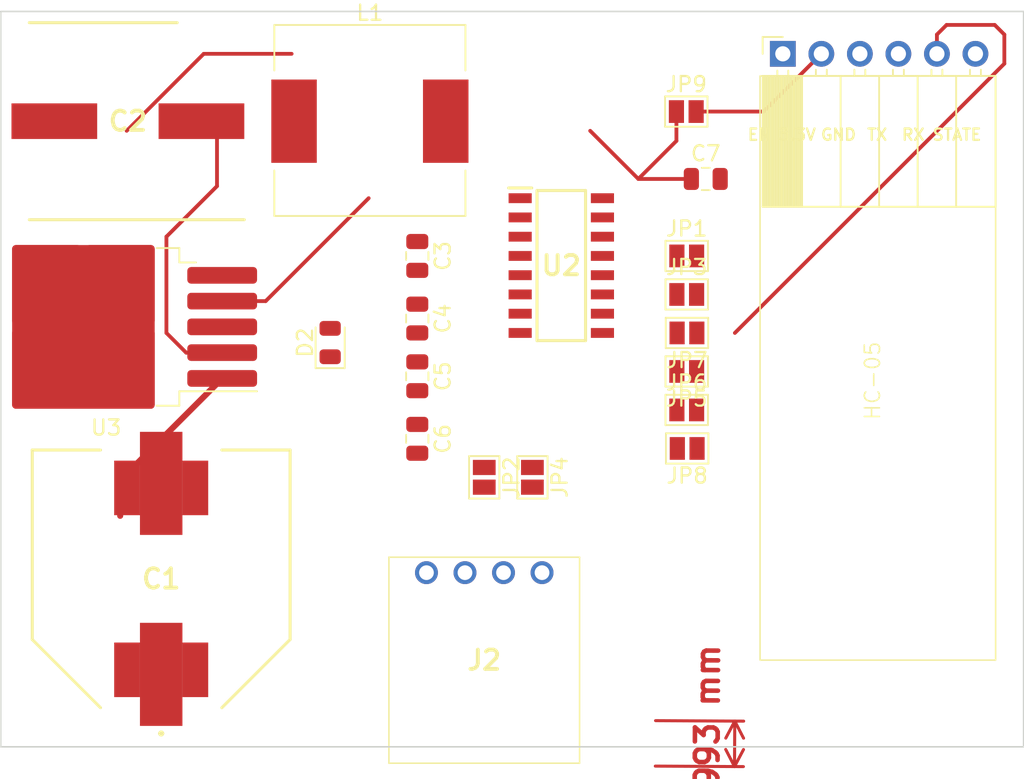
<source format=kicad_pcb>
(kicad_pcb (version 20221018) (generator pcbnew)
  (layers (0 "F.Cu" signal) (31 "B.Cu" signal) (34 "B.Paste" user) (35 "F.Paste" user) (36 "B.SilkS" user "B.Silkscreen") (37 "F.SilkS" user "F.Silkscreen") (38 "B.Mask" user) (39 "F.Mask" user) (44 "Edge.Cuts" user))
  (net 0 "")
  (net 1 "GND")
  (net 2 "Net-(D2-K)")
  (net 3 "+24V")
  (net 6 "5V")
  (net 7 "Net-(IC1-Vcc)")
  (net 8 "T1IN")
  (net 9 "R1OUT")
  (net 14 "Net-(J2-Pin_3)")
  (net 15 "Net-(J2-Pin_4)")
  (net 17 "Net-(JP1-A)")
  (net 18 "Net-(JP2-A)")
  (net 19 "Net-(JP3-A)")
  (net 20 "Net-(JP4-A)")
  (net 21 "Net-(JP5-B)")
  (net 22 "Net-(JP6-B)")
  (net 23 "Net-(JP7-B)")
  (net 24 "Net-(JP8-B)")
  (net 25 "Net-(U2-C1+)")
  (net 26 "Net-(U2-VS+)")
  (net 27 "Net-(U2-C1-)")
  (net 28 "Net-(U2-C2+)")
  (net 29 "Net-(U2-C2-)")
  (net 30 "Net-(U2-VS-)")
  (footprint "Capacitor_SMD:C_0805_2012Metric" (layer "F.Cu") (at 91.44 74.295)
    (fp_text reference "C7" (at 0 -1.68) (layer "F.SilkS"))
    (fp_text value "0.1uF")
    (fp_line (start -0.261252 -0.735) (end 0.261252 -0.735) (stroke (width 0.12)) (layer "F.SilkS"))
    (fp_line (start -0.261252 0.735) (end 0.261252 0.735) (stroke (width 0.12)) (layer "F.SilkS"))
    (pad "1" smd roundrect (at -0.95 0) (size 1 1.45) (layers "F.Cu" "F.Paste" "F.Mask") (net 6 "5V"))
    (pad "2" smd roundrect (at 0.95 0) (size 1 1.45) (layers "F.Cu" "F.Paste" "F.Mask") (net 1 "GND"))
  )
  (footprint "my_lib:HC-05" (layer "F.Cu") (at 105.52 88.27 90)
    (fp_text reference "IC1" hide)
    (fp_text value "~" hide)
    (fp_text user "HC-05" (at -2 -2.5 90 unlocked) (layer "F.SilkS") (effects (font (thickness 0.1)) (justify left bottom)))
    (fp_line (start 12.14 -10.33) (end 12.14 5.03) (stroke (width 0.12)) (layer "F.SilkS"))
    (fp_line (start 12.14 -10.33) (end 20.77 -10.33) (stroke (width 0.12)) (layer "F.SilkS"))
    (fp_line (start 12.14 -10.21) (end 20.77 -10.21) (stroke (width 0.12)) (layer "F.SilkS"))
    (fp_line (start 12.14 -10.091905) (end 20.77 -10.091905) (stroke (width 0.12)) (layer "F.SilkS"))
    (fp_line (start 12.14 -9.97381) (end 20.77 -9.97381) (stroke (width 0.12)) (layer "F.SilkS"))
    (fp_line (start 12.14 -9.855715) (end 20.77 -9.855715) (stroke (width 0.12)) (layer "F.SilkS"))
    (fp_line (start 12.14 -9.73762) (end 20.77 -9.73762) (stroke (width 0.12)) (layer "F.SilkS"))
    (fp_line (start 12.14 -9.619525) (end 20.77 -9.619525) (stroke (width 0.12)) (layer "F.SilkS"))
    (fp_line (start 12.14 -9.50143) (end 20.77 -9.50143) (stroke (width 0.12)) (layer "F.SilkS"))
    (fp_line (start 12.14 -9.383335) (end 20.77 -9.383335) (stroke (width 0.12)) (layer "F.SilkS"))
    (fp_line (start 12.14 -9.26524) (end 20.77 -9.26524) (stroke (width 0.12)) (layer "F.SilkS"))
    (fp_line (start 12.14 -9.147145) (end 20.77 -9.147145) (stroke (width 0.12)) (layer "F.SilkS"))
    (fp_line (start 12.14 -9.02905) (end 20.77 -9.02905) (stroke (width 0.12)) (layer "F.SilkS"))
    (fp_line (start 12.14 -8.910955) (end 20.77 -8.910955) (stroke (width 0.12)) (layer "F.SilkS"))
    (fp_line (start 12.14 -8.79286) (end 20.77 -8.79286) (stroke (width 0.12)) (layer "F.SilkS"))
    (fp_line (start 12.14 -8.674765) (end 20.77 -8.674765) (stroke (width 0.12)) (layer "F.SilkS"))
    (fp_line (start 12.14 -8.55667) (end 20.77 -8.55667) (stroke (width 0.12)) (layer "F.SilkS"))
    (fp_line (start 12.14 -8.438575) (end 20.77 -8.438575) (stroke (width 0.12)) (layer "F.SilkS"))
    (fp_line (start 12.14 -8.32048) (end 20.77 -8.32048) (stroke (width 0.12)) (layer "F.SilkS"))
    (fp_line (start 12.14 -8.202385) (end 20.77 -8.202385) (stroke (width 0.12)) (layer "F.SilkS"))
    (fp_line (start 12.14 -8.08429) (end 20.77 -8.08429) (stroke (width 0.12)) (layer "F.SilkS"))
    (fp_line (start 12.14 -7.966195) (end 20.77 -7.966195) (stroke (width 0.12)) (layer "F.SilkS"))
    (fp_line (start 12.14 -7.8481) (end 20.77 -7.8481) (stroke (width 0.12)) (layer "F.SilkS"))
    (fp_line (start 12.14 -7.73) (end 20.77 -7.73) (stroke (width 0.12)) (layer "F.SilkS"))
    (fp_line (start 12.14 -5.19) (end 20.77 -5.19) (stroke (width 0.12)) (layer "F.SilkS"))
    (fp_line (start 12.14 -2.65) (end 20.77 -2.65) (stroke (width 0.12)) (layer "F.SilkS"))
    (fp_line (start 12.14 -0.11) (end 20.77 -0.11) (stroke (width 0.12)) (layer "F.SilkS"))
    (fp_line (start 12.14 2.43) (end 20.77 2.43) (stroke (width 0.12)) (layer "F.SilkS"))
    (fp_line (start 12.14 5.03) (end 20.77 5.03) (stroke (width 0.12)) (layer "F.SilkS"))
    (fp_line (start 20.77 -10.33) (end 20.77 5.03) (stroke (width 0.12)) (layer "F.SilkS"))
    (fp_line (start 20.77 -9.36) (end 21.12 -9.36) (stroke (width 0.12)) (layer "F.SilkS"))
    (fp_line (start 20.77 -8.64) (end 21.12 -8.64) (stroke (width 0.12)) (layer "F.SilkS"))
    (fp_line (start 20.77 -6.82) (end 21.18 -6.82) (stroke (width 0.12)) (layer "F.SilkS"))
    (fp_line (start 20.77 -6.1) (end 21.18 -6.1) (stroke (width 0.12)) (layer "F.SilkS"))
    (fp_line (start 20.77 -4.28) (end 21.18 -4.28) (stroke (width 0.12)) (layer "F.SilkS"))
    (fp_line (start 20.77 -3.56) (end 21.18 -3.56) (stroke (width 0.12)) (layer "F.SilkS"))
    (fp_line (start 20.77 -1.74) (end 21.18 -1.74) (stroke (width 0.12)) (layer "F.SilkS"))
    (fp_line (start 20.77 -1.02) (end 21.18 -1.02) (stroke (width 0.12)) (layer "F.SilkS"))
    (fp_line (start 20.77 0.8) (end 21.18 0.8) (stroke (width 0.12)) (layer "F.SilkS"))
    (fp_line (start 20.77 1.52) (end 21.18 1.52) (stroke (width 0.12)) (layer "F.SilkS"))
    (fp_line (start 20.77 3.34) (end 21.18 3.34) (stroke (width 0.12)) (layer "F.SilkS"))
    (fp_line (start 20.77 4.06) (end 21.18 4.06) (stroke (width 0.12)) (layer "F.SilkS"))
    (fp_line (start 22.23 -10.33) (end 23.34 -10.33) (stroke (width 0.12)) (layer "F.SilkS"))
    (fp_line (start 23.34 -10.33) (end 23.34 -9) (stroke (width 0.12)) (layer "F.SilkS"))
    (fp_rect (start 20.77 5.03) (end -17.77 -10.5) (stroke (width 0.1)) (fill none) (layer "F.SilkS"))
    (pad "1" thru_hole rect (at 22.23 -9 90) (size 1.7 1.7) (drill 1) (layers "*.Cu" "*.Mask"))
    (pad "2" thru_hole oval (at 22.23 -6.46 90) (size 1.7 1.7) (drill 1) (layers "*.Cu" "*.Mask") (net 7 "Net-(IC1-Vcc)"))
    (pad "3" thru_hole oval (at 22.23 -3.92 90) (size 1.7 1.7) (drill 1) (layers "*.Cu" "*.Mask") (net 1 "GND"))
    (pad "4" thru_hole oval (at 22.23 -1.38 90) (size 1.7 1.7) (drill 1) (layers "*.Cu" "*.Mask") (net 8 "T1IN"))
    (pad "5" thru_hole oval (at 22.23 1.16 90) (size 1.7 1.7) (drill 1) (layers "*.Cu" "*.Mask") (net 9 "R1OUT"))
    (pad "6" thru_hole oval (at 22.23 3.7 90) (size 1.7 1.7) (drill 1) (layers "*.Cu" "*.Mask"))
  )
  (footprint "Jumper:SolderJumper-2_P1.3mm_Open_Pad1.0x1.5mm" (layer "F.Cu") (at 90.2 84.455 180)
    (fp_text reference "JP7" (at 0 -1.8) (layer "F.SilkS"))
    (fp_text value "SolderJumper_2_Open")
    (fp_line (start -1.4 -1) (end 1.4 -1) (stroke (width 0.12)) (layer "F.SilkS"))
    (fp_line (start -1.4 1) (end -1.4 -1) (stroke (width 0.12)) (layer "F.SilkS"))
    (fp_line (start 1.4 -1) (end 1.4 1) (stroke (width 0.12)) (layer "F.SilkS"))
    (fp_line (start 1.4 1) (end -1.4 1) (stroke (width 0.12)) (layer "F.SilkS"))
    (pad "1" smd rect (at -0.65 0 180) (size 1 1.5) (layers "F.Cu" "F.Mask") (net 9 "R1OUT"))
    (pad "2" smd rect (at 0.65 0 180) (size 1 1.5) (layers "F.Cu" "F.Mask") (net 23 "Net-(JP7-B)"))
  )
  (footprint "my_lib:470uF_SMD_CAP" (layer "F.Cu") (at 55.535 100.68)
    (fp_text reference "C1" (at 0 0) (layer "F.SilkS") (effects (font (size 1.27 1.27) (thickness 0.254))))
    (fp_text value "470uF" hide)
    (fp_line (start -8.5 -8.5) (end -4 -8.5) (stroke (width 0.2)) (layer "F.SilkS"))
    (fp_line (start -8.5 4) (end -8.5 -8.5) (stroke (width 0.2)) (layer "F.SilkS"))
    (fp_line (start -4 8.5) (end -8.5 4) (stroke (width 0.2)) (layer "F.SilkS"))
    (fp_line (start -0.1 10.2) (end -0.1 10.2) (stroke (width 0.2)) (layer "F.SilkS"))
    (fp_line (start 0.1 10.2) (end 0.1 10.2) (stroke (width 0.2)) (layer "F.SilkS"))
    (fp_line (start 4 8.5) (end 8.5 4) (stroke (width 0.2)) (layer "F.SilkS"))
    (fp_line (start 8.5 -8.5) (end 4 -8.5) (stroke (width 0.2)) (layer "F.SilkS"))
    (fp_line (start 8.5 4) (end 8.5 -8.5) (stroke (width 0.2)) (layer "F.SilkS"))
    (fp_arc (start -0.1 10.2) (mid 0 10.1) (end 0.1 10.2) (stroke (width 0.2)) (layer "F.SilkS"))
    (fp_arc (start 0.1 10.2) (mid 0 10.3) (end -0.1 10.2) (stroke (width 0.2)) (layer "F.SilkS"))
    (pad "1" smd rect (at 0 6.3) (size 2.8 6.8) (layers "F.Cu" "F.Paste" "F.Mask") (net 3 "+24V"))
    (pad "2" smd rect (at 0 -6.3) (size 2.8 6.8) (layers "F.Cu" "F.Paste" "F.Mask") (net 1 "GND"))
    (pad "3" smd rect (at -2.25 6) (size 1.7 3.6) (layers "F.Cu" "F.Paste" "F.Mask"))
    (pad "4" smd rect (at 2.25 6) (size 1.7 3.6) (layers "F.Cu" "F.Paste" "F.Mask"))
    (pad "5" smd rect (at -2.25 -6) (size 1.7 3.6) (layers "F.Cu" "F.Paste" "F.Mask"))
    (pad "6" smd rect (at 2.25 -6) (size 1.7 3.6) (layers "F.Cu" "F.Paste" "F.Mask"))
  )
  (footprint "Capacitor_SMD:C_0805_2012Metric" (layer "F.Cu") (at 72.42 79.375 -90)
    (fp_text reference "C3" (at 0 -1.68 90) (layer "F.SilkS"))
    (fp_text value "0.1uF")
    (fp_line (start -0.261252 -0.735) (end 0.261252 -0.735) (stroke (width 0.12)) (layer "F.SilkS"))
    (fp_line (start -0.261252 0.735) (end 0.261252 0.735) (stroke (width 0.12)) (layer "F.SilkS"))
    (pad "1" smd roundrect (at -0.95 0 270) (size 1 1.45) (layers "F.Cu" "F.Paste" "F.Mask") (net 25 "Net-(U2-C1+)"))
    (pad "2" smd roundrect (at 0.95 0 270) (size 1 1.45) (layers "F.Cu" "F.Paste" "F.Mask") (net 27 "Net-(U2-C1-)"))
  )
  (footprint "Jumper:SolderJumper-2_P1.3mm_Open_Pad1.0x1.5mm" (layer "F.Cu") (at 90.155 69.85)
    (fp_text reference "JP9" (at 0 -1.8) (layer "F.SilkS"))
    (fp_text value "SolderJumper_2_Open")
    (fp_line (start -1.4 -1) (end 1.4 -1) (stroke (width 0.12)) (layer "F.SilkS"))
    (fp_line (start -1.4 1) (end -1.4 -1) (stroke (width 0.12)) (layer "F.SilkS"))
    (fp_line (start 1.4 -1) (end 1.4 1) (stroke (width 0.12)) (layer "F.SilkS"))
    (fp_line (start 1.4 1) (end -1.4 1) (stroke (width 0.12)) (layer "F.SilkS"))
    (pad "1" smd rect (at -0.65 0) (size 1 1.5) (layers "F.Cu" "F.Mask") (net 6 "5V"))
    (pad "2" smd rect (at 0.65 0) (size 1 1.5) (layers "F.Cu" "F.Mask") (net 7 "Net-(IC1-Vcc)"))
  )
  (footprint "my_lib:L_12x12mm_H6mm" (layer "F.Cu") (at 69.295 70.438)
    (fp_text reference "L1" (at 0 -7.1) (layer "F.SilkS"))
    (fp_text value "68uH")
    (fp_line (start -6.3 -6.3) (end 6.3 -6.3) (stroke (width 0.12)) (layer "F.SilkS"))
    (fp_line (start -6.3 -3.3) (end -6.3 -6.3) (stroke (width 0.12)) (layer "F.SilkS"))
    (fp_line (start -6.3 6.3) (end -6.3 3.3) (stroke (width 0.12)) (layer "F.SilkS"))
    (fp_line (start 6.3 -6.3) (end 6.3 -3.3) (stroke (width 0.12)) (layer "F.SilkS"))
    (fp_line (start 6.3 3.3) (end 6.3 6.3) (stroke (width 0.12)) (layer "F.SilkS"))
    (fp_line (start 6.3 6.3) (end -6.3 6.3) (stroke (width 0.12)) (layer "F.SilkS"))
    (pad "1" smd rect (at -5 0.047) (size 3 5.494) (layers "F.Cu" "F.Paste" "F.Mask") (net 2 "Net-(D2-K)"))
    (pad "2" smd rect (at 5 0.047) (size 3 5.494) (layers "F.Cu" "F.Paste" "F.Mask") (net 6 "5V"))
  )
  (footprint "Capacitor_SMD:C_0805_2012Metric" (layer "F.Cu") (at 72.42 87.315 -90)
    (fp_text reference "C5" (at 0 -1.68 90) (layer "F.SilkS"))
    (fp_text value "0.47uF")
    (fp_line (start -0.261252 -0.735) (end 0.261252 -0.735) (stroke (width 0.12)) (layer "F.SilkS"))
    (fp_line (start -0.261252 0.735) (end 0.261252 0.735) (stroke (width 0.12)) (layer "F.SilkS"))
    (pad "1" smd roundrect (at -0.95 0 270) (size 1 1.45) (layers "F.Cu" "F.Paste" "F.Mask") (net 28 "Net-(U2-C2+)"))
    (pad "2" smd roundrect (at 0.95 0 270) (size 1 1.45) (layers "F.Cu" "F.Paste" "F.Mask") (net 29 "Net-(U2-C2-)"))
  )
  (footprint "Jumper:SolderJumper-2_P1.3mm_Open_Pad1.0x1.5mm" (layer "F.Cu") (at 90.185 81.915)
    (fp_text reference "JP3" (at 0 -1.8) (layer "F.SilkS"))
    (fp_text value "SolderJumper_2_Open")
    (fp_line (start -1.4 -1) (end 1.4 -1) (stroke (width 0.12)) (layer "F.SilkS"))
    (fp_line (start -1.4 1) (end -1.4 -1) (stroke (width 0.12)) (layer "F.SilkS"))
    (fp_line (start 1.4 -1) (end 1.4 1) (stroke (width 0.12)) (layer "F.SilkS"))
    (fp_line (start 1.4 1) (end -1.4 1) (stroke (width 0.12)) (layer "F.SilkS"))
    (pad "1" smd rect (at -0.65 0) (size 1 1.5) (layers "F.Cu" "F.Mask") (net 19 "Net-(JP3-A)"))
    (pad "2" smd rect (at 0.65 0) (size 1 1.5) (layers "F.Cu" "F.Mask") (net 14 "Net-(J2-Pin_3)"))
  )
  (footprint "Jumper:SolderJumper-2_P1.3mm_Open_Pad1.0x1.5mm" (layer "F.Cu") (at 76.835 93.98 -90)
    (fp_text reference "JP2" (at 0 -1.8 90) (layer "F.SilkS"))
    (fp_text value "SolderJumper_2_Open")
    (fp_line (start -1.4 -1) (end 1.4 -1) (stroke (width 0.12)) (layer "F.SilkS"))
    (fp_line (start -1.4 1) (end -1.4 -1) (stroke (width 0.12)) (layer "F.SilkS"))
    (fp_line (start 1.4 -1) (end 1.4 1) (stroke (width 0.12)) (layer "F.SilkS"))
    (fp_line (start 1.4 1) (end -1.4 1) (stroke (width 0.12)) (layer "F.SilkS"))
    (pad "1" smd rect (at -0.65 0 270) (size 1 1.5) (layers "F.Cu" "F.Mask") (net 18 "Net-(JP2-A)"))
    (pad "2" smd rect (at 0.65 0 270) (size 1 1.5) (layers "F.Cu" "F.Mask"))
  )
  (footprint "Jumper:SolderJumper-2_P1.3mm_Open_Pad1.0x1.5mm" (layer "F.Cu") (at 80.01 93.98 -90)
    (fp_text reference "JP4" (at 0 -1.8 90) (layer "F.SilkS"))
    (fp_text value "SolderJumper_2_Open")
    (fp_line (start -1.4 -1) (end 1.4 -1) (stroke (width 0.12)) (layer "F.SilkS"))
    (fp_line (start -1.4 1) (end -1.4 -1) (stroke (width 0.12)) (layer "F.SilkS"))
    (fp_line (start 1.4 -1) (end 1.4 1) (stroke (width 0.12)) (layer "F.SilkS"))
    (fp_line (start 1.4 1) (end -1.4 1) (stroke (width 0.12)) (layer "F.SilkS"))
    (pad "1" smd rect (at -0.65 0 270) (size 1 1.5) (layers "F.Cu" "F.Mask") (net 20 "Net-(JP4-A)"))
    (pad "2" smd rect (at 0.65 0 270) (size 1 1.5) (layers "F.Cu" "F.Mask"))
  )
  (footprint "my_lib:male_pin_4" (layer "F.Cu") (at 76.835 106.045)
    (fp_text reference "J2" (at 0 0) (layer "F.SilkS") (effects (font (size 1.27 1.27) (thickness 0.254))))
    (fp_text value "Conn_01x04_Pin" hide)
    (fp_line (start -6.285 -6.795) (end 6.285 -6.795) (stroke (width 0.1)) (layer "F.SilkS"))
    (fp_line (start -6.285 6.795) (end -6.285 -6.795) (stroke (width 0.1)) (layer "F.SilkS"))
    (fp_line (start 6.285 -6.795) (end 6.285 6.795) (stroke (width 0.1)) (layer "F.SilkS"))
    (fp_line (start 6.285 6.795) (end -6.285 6.795) (stroke (width 0.1)) (layer "F.SilkS"))
    (pad "1" thru_hole circle (at -3.81 -5.775) (size 1.509 1.509) (drill 0.97) (layers "*.Cu" "*.Mask") (net 3 "+24V"))
    (pad "2" thru_hole circle (at -1.27 -5.775) (size 1.509 1.509) (drill 0.97) (layers "*.Cu" "*.Mask") (net 1 "GND"))
    (pad "3" thru_hole circle (at 1.27 -5.775) (size 1.509 1.509) (drill 0.97) (layers "*.Cu" "*.Mask") (net 14 "Net-(J2-Pin_3)"))
    (pad "4" thru_hole circle (at 3.81 -5.775) (size 1.509 1.509) (drill 0.97) (layers "*.Cu" "*.Mask") (net 15 "Net-(J2-Pin_4)"))
  )
  (footprint "Capacitor_SMD:C_0805_2012Metric" (layer "F.Cu") (at 72.42 91.44 -90)
    (fp_text reference "C6" (at 0 -1.68 90) (layer "F.SilkS"))
    (fp_text value "0.47uF")
    (fp_line (start -0.261252 -0.735) (end 0.261252 -0.735) (stroke (width 0.12)) (layer "F.SilkS"))
    (fp_line (start -0.261252 0.735) (end 0.261252 0.735) (stroke (width 0.12)) (layer "F.SilkS"))
    (pad "1" smd roundrect (at -0.95 0 270) (size 1 1.45) (layers "F.Cu" "F.Paste" "F.Mask") (net 30 "Net-(U2-VS-)"))
    (pad "2" smd roundrect (at 0.95 0 270) (size 1 1.45) (layers "F.Cu" "F.Paste" "F.Mask") (net 1 "GND"))
  )
  (footprint "Jumper:SolderJumper-2_P1.3mm_Open_Pad1.0x1.5mm" (layer "F.Cu") (at 90.185 89.535)
    (fp_text reference "JP6" (at 0 -1.8) (layer "F.SilkS"))
    (fp_text value "SolderJumper_2_Open")
    (fp_line (start -1.4 -1) (end 1.4 -1) (stroke (width 0.12)) (layer "F.SilkS"))
    (fp_line (start -1.4 1) (end -1.4 -1) (stroke (width 0.12)) (layer "F.SilkS"))
    (fp_line (start 1.4 -1) (end 1.4 1) (stroke (width 0.12)) (layer "F.SilkS"))
    (fp_line (start 1.4 1) (end -1.4 1) (stroke (width 0.12)) (layer "F.SilkS"))
    (pad "1" smd rect (at -0.65 0) (size 1 1.5) (layers "F.Cu" "F.Mask"))
    (pad "2" smd rect (at 0.65 0) (size 1 1.5) (layers "F.Cu" "F.Mask") (net 22 "Net-(JP6-B)"))
  )
  (footprint "Diode_SMD:D_0805_2012Metric" (layer "F.Cu") (at 66.675 85.09 90)
    (fp_text reference "D2" (at 0 -1.65 90) (layer "F.SilkS"))
    (fp_text value "1N5822")
    (fp_line (start -1.685 -0.96) (end -1.685 0.96) (stroke (width 0.12)) (layer "F.SilkS"))
    (fp_line (start -1.685 0.96) (end 1 0.96) (stroke (width 0.12)) (layer "F.SilkS"))
    (fp_line (start 1 -0.96) (end -1.685 -0.96) (stroke (width 0.12)) (layer "F.SilkS"))
    (pad "1" smd roundrect (at -0.9375 0 90) (size 0.975 1.4) (layers "F.Cu" "F.Paste" "F.Mask") (net 2 "Net-(D2-K)"))
    (pad "2" smd roundrect (at 0.9375 0 90) (size 0.975 1.4) (layers "F.Cu" "F.Paste" "F.Mask") (net 1 "GND"))
  )
  (footprint "Package_TO_SOT_SMD:TO-263-5_TabPin3" (layer "F.Cu") (at 51.907 84.055 180)
    (fp_text reference "U3" (at 0 -6.65) (layer "F.SilkS"))
    (fp_text value "LM2596S-5")
    (fp_line (start -4.825 -5.2) (end -4.825 -4.25) (stroke (width 0.12)) (layer "F.SilkS"))
    (fp_line (start -4.825 -4.25) (end -9.95 -4.25) (stroke (width 0.12)) (layer "F.SilkS"))
    (fp_line (start -4.825 4.25) (end -5.925 4.25) (stroke (width 0.12)) (layer "F.SilkS"))
    (fp_line (start -4.825 5.2) (end -4.825 4.25) (stroke (width 0.12)) (layer "F.SilkS"))
    (fp_line (start -3.325 -5.2) (end -4.825 -5.2) (stroke (width 0.12)) (layer "F.SilkS"))
    (fp_line (start -3.325 5.2) (end -4.825 5.2) (stroke (width 0.12)) (layer "F.SilkS"))
    (pad "1" smd roundrect (at -7.65 -3.4 180) (size 4.6 1.1) (layers "F.Cu" "F.Paste" "F.Mask") (roundrect_rratio 0.227273) (net 3 "+24V"))
    (pad "2" smd roundrect (at -7.65 -1.7 180) (size 4.6 1.1) (layers "F.Cu" "F.Paste" "F.Mask") (roundrect_rratio 0.227273) (net 2 "Net-(D2-K)"))
    (pad "3" smd roundrect (at -7.65 0 180) (size 4.6 1.1) (layers "F.Cu" "F.Paste" "F.Mask") (roundrect_rratio 0.227273) (net 1 "GND"))
    (pad "3" smd roundrect (at -0.925 -2.775 180) (size 4.55 5.25) (layers "F.Cu" "F.Paste") (roundrect_rratio 0.054945) (net 1 "GND"))
    (pad "3" smd roundrect (at -0.925 2.775 180) (size 4.55 5.25) (layers "F.Cu" "F.Paste") (roundrect_rratio 0.054945) (net 1 "GND"))
    (pad "3" smd roundrect (at 1.5 0 180) (size 9.4 10.8) (layers "F.Cu" "F.Mask") (roundrect_rratio 0.026596) (net 1 "GND"))
    (pad "3" smd roundrect (at 3.925 -2.775 180) (size 4.55 5.25) (layers "F.Cu" "F.Paste") (roundrect_rratio 0.054945) (net 1 "GND"))
    (pad "3" smd roundrect (at 3.925 2.775 180) (size 4.55 5.25) (layers "F.Cu" "F.Paste") (roundrect_rratio 0.054945) (net 1 "GND"))
    (pad "4" smd roundrect (at -7.65 1.7 180) (size 4.6 1.1) (layers "F.Cu" "F.Paste" "F.Mask") (roundrect_rratio 0.227273) (net 6 "5V"))
    (pad "5" smd roundrect (at -7.65 3.4 180) (size 4.6 1.1) (layers "F.Cu" "F.Paste" "F.Mask") (roundrect_rratio 0.227273))
  )
  (footprint "Jumper:SolderJumper-2_P1.3mm_Open_Pad1.0x1.5mm" (layer "F.Cu") (at 90.185 79.375)
    (fp_text reference "JP1" (at 0 -1.8) (layer "F.SilkS"))
    (fp_text value "SolderJumper_2_Open")
    (fp_line (start -1.4 -1) (end 1.4 -1) (stroke (width 0.12)) (layer "F.SilkS"))
    (fp_line (start -1.4 1) (end -1.4 -1) (stroke (width 0.12)) (layer "F.SilkS"))
    (fp_line (start 1.4 -1) (end 1.4 1) (stroke (width 0.12)) (layer "F.SilkS"))
    (fp_line (start 1.4 1) (end -1.4 1) (stroke (width 0.12)) (layer "F.SilkS"))
    (pad "1" smd rect (at -0.65 0) (size 1 1.5) (layers "F.Cu" "F.Mask") (net 17 "Net-(JP1-A)"))
    (pad "2" smd rect (at 0.65 0) (size 1 1.5) (layers "F.Cu" "F.Mask") (net 15 "Net-(J2-Pin_4)"))
  )
  (footprint "Jumper:SolderJumper-2_P1.3mm_Open_Pad1.0x1.5mm" (layer "F.Cu") (at 90.185 86.995 180)
    (fp_text reference "JP5" (at 0 -1.8) (layer "F.SilkS"))
    (fp_text value "SolderJumper_2_Open")
    (fp_line (start -1.4 -1) (end 1.4 -1) (stroke (width 0.12)) (layer "F.SilkS"))
    (fp_line (start -1.4 1) (end -1.4 -1) (stroke (width 0.12)) (layer "F.SilkS"))
    (fp_line (start 1.4 -1) (end 1.4 1) (stroke (width 0.12)) (layer "F.SilkS"))
    (fp_line (start 1.4 1) (end -1.4 1) (stroke (width 0.12)) (layer "F.SilkS"))
    (pad "1" smd rect (at -0.65 0 180) (size 1 1.5) (layers "F.Cu" "F.Mask") (net 8 "T1IN"))
    (pad "2" smd rect (at 0.65 0 180) (size 1 1.5) (layers "F.Cu" "F.Mask") (net 21 "Net-(JP5-B)"))
  )
  (footprint "Capacitor_SMD:C_0805_2012Metric" (layer "F.Cu") (at 72.42 83.505 -90)
    (fp_text reference "C4" (at 0 -1.68 90) (layer "F.SilkS"))
    (fp_text value "0.47uF")
    (fp_line (start -0.261252 -0.735) (end 0.261252 -0.735) (stroke (width 0.12)) (layer "F.SilkS"))
    (fp_line (start -0.261252 0.735) (end 0.261252 0.735) (stroke (width 0.12)) (layer "F.SilkS"))
    (pad "1" smd roundrect (at -0.95 0 270) (size 1 1.45) (layers "F.Cu" "F.Paste" "F.Mask") (net 26 "Net-(U2-VS+)"))
    (pad "2" smd roundrect (at 0.95 0 270) (size 1 1.45) (layers "F.Cu" "F.Paste" "F.Mask") (net 1 "GND"))
  )
  (footprint "my_lib:MAX3232EIDR" (layer "F.Cu") (at 81.915 80.01)
    (fp_text reference "U2" (at 0 0) (layer "F.SilkS") (effects (font (size 1.27 1.27) (thickness 0.254))))
    (fp_text value "MAX3232" hide)
    (fp_line (start -3.475 -5.12) (end -1.95 -5.12) (stroke (width 0.2)) (layer "F.SilkS"))
    (fp_line (start -1.6 -4.95) (end 1.6 -4.95) (stroke (width 0.2)) (layer "F.SilkS"))
    (fp_line (start -1.6 4.95) (end -1.6 -4.95) (stroke (width 0.2)) (layer "F.SilkS"))
    (fp_line (start 1.6 -4.95) (end 1.6 4.95) (stroke (width 0.2)) (layer "F.SilkS"))
    (fp_line (start 1.6 4.95) (end -1.6 4.95) (stroke (width 0.2)) (layer "F.SilkS"))
    (pad "1" smd rect (at -2.712 -4.445 90) (size 0.65 1.525) (layers "F.Cu" "F.Paste" "F.Mask") (net 25 "Net-(U2-C1+)"))
    (pad "2" smd rect (at -2.712 -3.175 90) (size 0.65 1.525) (layers "F.Cu" "F.Paste" "F.Mask") (net 26 "Net-(U2-VS+)"))
    (pad "3" smd rect (at -2.712 -1.905 90) (size 0.65 1.525) (layers "F.Cu" "F.Paste" "F.Mask") (net 27 "Net-(U2-C1-)"))
    (pad "4" smd rect (at -2.712 -0.635 90) (size 0.65 1.525) (layers "F.Cu" "F.Paste" "F.Mask") (net 28 "Net-(U2-C2+)"))
    (pad "5" smd rect (at -2.712 0.635 90) (size 0.65 1.525) (layers "F.Cu" "F.Paste" "F.Mask") (net 29 "Net-(U2-C2-)"))
    (pad "6" smd rect (at -2.712 1.905 90) (size 0.65 1.525) (layers "F.Cu" "F.Paste" "F.Mask") (net 30 "Net-(U2-VS-)"))
    (pad "7" smd rect (at -2.712 3.175 90) (size 0.65 1.525) (layers "F.Cu" "F.Paste" "F.Mask") (net 18 "Net-(JP2-A)"))
    (pad "8" smd rect (at -2.712 4.445 90) (size 0.65 1.525) (layers "F.Cu" "F.Paste" "F.Mask") (net 20 "Net-(JP4-A)"))
    (pad "9" smd rect (at 2.712 4.445 90) (size 0.65 1.525) (layers "F.Cu" "F.Paste" "F.Mask") (net 24 "Net-(JP8-B)"))
    (pad "10" smd rect (at 2.712 3.175 90) (size 0.65 1.525) (layers "F.Cu" "F.Paste" "F.Mask") (net 22 "Net-(JP6-B)"))
    (pad "11" smd rect (at 2.712 1.905 90) (size 0.65 1.525) (layers "F.Cu" "F.Paste" "F.Mask") (net 21 "Net-(JP5-B)"))
    (pad "12" smd rect (at 2.712 0.635 90) (size 0.65 1.525) (layers "F.Cu" "F.Paste" "F.Mask") (net 23 "Net-(JP7-B)"))
    (pad "13" smd rect (at 2.712 -0.635 90) (size 0.65 1.525) (layers "F.Cu" "F.Paste" "F.Mask") (net 19 "Net-(JP3-A)"))
    (pad "14" smd rect (at 2.712 -1.905 90) (size 0.65 1.525) (layers "F.Cu" "F.Paste" "F.Mask") (net 17 "Net-(JP1-A)"))
    (pad "15" smd rect (at 2.712 -3.175 90) (size 0.65 1.525) (layers "F.Cu" "F.Paste" "F.Mask") (net 1 "GND"))
    (pad "16" smd rect (at 2.712 -4.445 90) (size 0.65 1.525) (layers "F.Cu" "F.Paste" "F.Mask") (net 6 "5V"))
  )
  (footprint "Jumper:SolderJumper-2_P1.3mm_Open_Pad1.0x1.5mm" (layer "F.Cu") (at 90.215 92.075 180)
    (fp_text reference "JP8" (at 0 -1.8) (layer "F.SilkS"))
    (fp_text value "SolderJumper_2_Open")
    (fp_line (start -1.4 -1) (end 1.4 -1) (stroke (width 0.12)) (layer "F.SilkS"))
    (fp_line (start -1.4 1) (end -1.4 -1) (stroke (width 0.12)) (layer "F.SilkS"))
    (fp_line (start 1.4 -1) (end 1.4 1) (stroke (width 0.12)) (layer "F.SilkS"))
    (fp_line (start 1.4 1) (end -1.4 1) (stroke (width 0.12)) (layer "F.SilkS"))
    (pad "1" smd rect (at -0.65 0 180) (size 1 1.5) (layers "F.Cu" "F.Mask"))
    (pad "2" smd rect (at 0.65 0 180) (size 1 1.5) (layers "F.Cu" "F.Mask") (net 24 "Net-(JP8-B)"))
  )
  (footprint "my_lib:220uF_SMD_CAP" (layer "F.Cu") (at 53.34 70.485 180)
    (fp_text reference "C2" (at 0 0 180) (layer "F.SilkS") (effects (font (size 1.27 1.27) (thickness 0.254))))
    (fp_text value "220uF" hide)
    (fp_line (start -7.675 -6.5) (end 6.5 -6.5) (stroke (width 0.2)) (layer "F.SilkS"))
    (fp_line (start -3.25 6.5) (end 6.5 6.5) (stroke (width 0.2)) (layer "F.SilkS"))
    (pad "1" smd rect (at -4.85 0 270) (size 2.35 5.65) (layers "F.Cu" "F.Paste" "F.Mask") (net 6 "5V"))
    (pad "2" smd rect (at 4.85 0 270) (size 2.35 5.65) (layers "F.Cu" "F.Paste" "F.Mask") (net 1 "GND"))
  )
  (gr_rect (start 44.958 63.246) (end 112.395 111.76) (stroke (width 0.1)) (fill none) (layer "Edge.Cuts"))
  (gr_text "STATE" (at 106.316 71.815) (layer "F.SilkS") (effects (font (size 0.75 0.75) (thickness 0.15) bold) (justify left bottom)))
  (gr_text "3.3V" (at 96.156 71.815) (layer "F.SilkS") (effects (font (size 0.75 0.75) (thickness 0.15) bold) (justify left bottom)))
  (gr_text "TX" (at 101.998 71.815) (layer "F.SilkS") (effects (font (size 0.75 0.75) (thickness 0.15) bold) (justify left bottom)))
  (gr_text "EN" (at 94.124 71.815) (layer "F.SilkS") (effects (font (size 0.75 0.75) (thickness 0.15) bold) (justify left bottom)))
  (gr_text "GND" (at 98.95 71.815) (layer "F.SilkS") (effects (font (size 0.75 0.75) (thickness 0.15) bold) (justify left bottom)))
  (gr_text "RX" (at 104.284 71.815) (layer "F.SilkS") (effects (font (size 0.75 0.75) (thickness 0.15) bold) (justify left bottom)))
  (dimension (type aligned) (layer "F.Cu") (pts (xy 87.63 110.030759) (xy 87.613209 113.03)) (height -5.721969) (gr_text "2.9993 mm" (at 91.543511 111.552335 89.67921872) (layer "F.Cu") (effects (font (size 1.5 1.5) (thickness 0.3)))) (format (prefix "") (suffix "") (units 3) (units_format 1) (precision 4)) (style (thickness 0.2) (arrow_length 1.27) (text_position_mode 0) (extension_height 0.58642) (extension_offset 0.5) keep_text_aligned))
  (segment (start 55.88 78.105) (end 55.88 84.455) (width 0.25) (layer "F.Cu") (net 2))
  (segment (start 55.88 84.455) (end 57.18 85.755) (width 0.25) (layer "F.Cu") (net 2))
  (segment (start 59.215 74.77) (end 55.88 78.105) (width 0.25) (layer "F.Cu") (net 2))
  (segment (start 57.18 85.755) (end 59.557 85.755) (width 0.25) (layer "F.Cu") (net 2))
  (segment (start 59.215 71.12) (end 59.215 74.77) (width 0.25) (layer "F.Cu") (net 2))
  (segment (start 59.557 87.455) (end 52.832 94.18) (width 0.4) (layer "F.Cu") (net 3))
  (segment (start 52.832 94.18) (end 52.832 96.52) (width 0.4) (layer "F.Cu") (net 3))
  (segment (start 58.34 66.04) (end 53.26 71.12) (width 0.25) (layer "F.Cu") (net 6))
  (segment (start 83.82 71.12) (end 86.995 74.295) (width 0.25) (layer "F.Cu") (net 6))
  (segment (start 90.805 74.615) (end 90.485 74.295) (width 0.25) (layer "F.Cu") (net 6))
  (segment (start 89.505 69.85) (end 89.505 71.785) (width 0.25) (layer "F.Cu") (net 6))
  (segment (start 89.505 71.785) (end 86.995 74.295) (width 0.25) (layer "F.Cu") (net 6))
  (segment (start 90.485 74.295) (end 86.995 74.295) (width 0.25) (layer "F.Cu") (net 6))
  (segment (start 64.135 66.04) (end 58.34 66.04) (width 0.25) (layer "F.Cu") (net 6))
  (segment (start 62.425 82.355) (end 59.557 82.355) (width 0.25) (layer "F.Cu") (net 6))
  (segment (start 69.215 75.565) (end 62.425 82.355) (width 0.25) (layer "F.Cu") (net 6))
  (segment (start 90.805 69.85) (end 95.25 69.85) (width 0.25) (layer "F.Cu") (net 7))
  (segment (start 95.25 69.85) (end 99.06 66.04) (width 0.25) (layer "F.Cu") (net 7))
  (segment (start 106.68 66.04) (end 106.68 64.77) (width 0.25) (layer "F.Cu") (net 9))
  (segment (start 111.125 64.77) (end 111.125 66.69) (width 0.25) (layer "F.Cu") (net 9))
  (segment (start 106.68 64.77) (end 107.315 64.135) (width 0.25) (layer "F.Cu") (net 9))
  (segment (start 110.49 64.135) (end 111.125 64.77) (width 0.25) (layer "F.Cu") (net 9))
  (segment (start 111.125 66.69) (end 93.36 84.455) (width 0.25) (layer "F.Cu") (net 9))
  (segment (start 107.315 64.135) (end 110.49 64.135) (width 0.25) (layer "F.Cu") (net 9))
)
</source>
